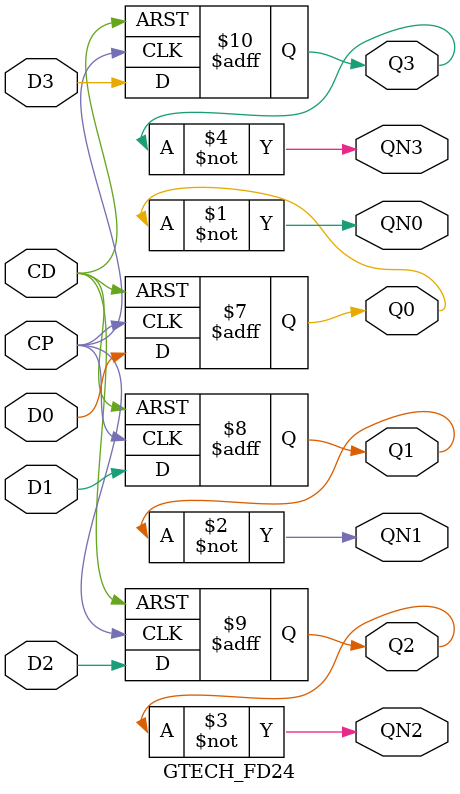
<source format=v>


module GTECH_FD24 (D0,D1,D2,D3,CP,CD,Q0,Q1,Q2,Q3,QN0,QN1,QN2,QN3);
  input D0,D1,D2,D3,CP,CD;
  output Q0,Q1,Q2,Q3,QN0,QN1,QN2,QN3;
  reg Q0,Q1,Q2,Q3;

     assign  QN0 = ~Q0;
     assign  QN1 = ~Q1;
     assign  QN2 = ~Q2;
     assign  QN3 = ~Q3;

        always @(posedge CP or negedge CD)
        begin
            if (!CD)
               begin
                Q0 <= 1'b0;
                Q1 <= 1'b0;
                Q2 <= 1'b0;
                Q3 <= 1'b0;
               end
            else
               begin
                Q0 <= D0;
                Q1 <= D1;
                Q2 <= D2;
                Q3 <= D3;
               end
        end
endmodule


</source>
